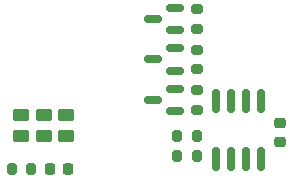
<source format=gtp>
G04 #@! TF.GenerationSoftware,KiCad,Pcbnew,7.0.9*
G04 #@! TF.CreationDate,2025-02-16T20:28:53+01:00*
G04 #@! TF.ProjectId,sao_pcb,73616f5f-7063-4622-9e6b-696361645f70,rev?*
G04 #@! TF.SameCoordinates,Original*
G04 #@! TF.FileFunction,Paste,Top*
G04 #@! TF.FilePolarity,Positive*
%FSLAX46Y46*%
G04 Gerber Fmt 4.6, Leading zero omitted, Abs format (unit mm)*
G04 Created by KiCad (PCBNEW 7.0.9) date 2025-02-16 20:28:53*
%MOMM*%
%LPD*%
G01*
G04 APERTURE LIST*
G04 Aperture macros list*
%AMRoundRect*
0 Rectangle with rounded corners*
0 $1 Rounding radius*
0 $2 $3 $4 $5 $6 $7 $8 $9 X,Y pos of 4 corners*
0 Add a 4 corners polygon primitive as box body*
4,1,4,$2,$3,$4,$5,$6,$7,$8,$9,$2,$3,0*
0 Add four circle primitives for the rounded corners*
1,1,$1+$1,$2,$3*
1,1,$1+$1,$4,$5*
1,1,$1+$1,$6,$7*
1,1,$1+$1,$8,$9*
0 Add four rect primitives between the rounded corners*
20,1,$1+$1,$2,$3,$4,$5,0*
20,1,$1+$1,$4,$5,$6,$7,0*
20,1,$1+$1,$6,$7,$8,$9,0*
20,1,$1+$1,$8,$9,$2,$3,0*%
G04 Aperture macros list end*
%ADD10RoundRect,0.250000X0.450000X-0.262500X0.450000X0.262500X-0.450000X0.262500X-0.450000X-0.262500X0*%
%ADD11RoundRect,0.150000X0.587500X0.150000X-0.587500X0.150000X-0.587500X-0.150000X0.587500X-0.150000X0*%
%ADD12RoundRect,0.225000X-0.250000X0.225000X-0.250000X-0.225000X0.250000X-0.225000X0.250000X0.225000X0*%
%ADD13RoundRect,0.200000X-0.275000X0.200000X-0.275000X-0.200000X0.275000X-0.200000X0.275000X0.200000X0*%
%ADD14RoundRect,0.225000X-0.225000X-0.250000X0.225000X-0.250000X0.225000X0.250000X-0.225000X0.250000X0*%
%ADD15RoundRect,0.200000X-0.200000X-0.275000X0.200000X-0.275000X0.200000X0.275000X-0.200000X0.275000X0*%
%ADD16RoundRect,0.150000X-0.150000X0.825000X-0.150000X-0.825000X0.150000X-0.825000X0.150000X0.825000X0*%
G04 APERTURE END LIST*
D10*
X150000000Y-83400000D03*
X150000000Y-85225000D03*
X148100000Y-85212500D03*
X148100000Y-83387500D03*
X146200000Y-83387500D03*
X146200000Y-85212500D03*
D11*
X159200000Y-76250000D03*
X159200000Y-74350000D03*
X157325000Y-75300000D03*
D12*
X168065000Y-84125000D03*
X168065000Y-85675000D03*
D13*
X161062500Y-74475000D03*
X161062500Y-76125000D03*
D14*
X148625000Y-88000000D03*
X150175000Y-88000000D03*
D13*
X161062500Y-81325000D03*
X161062500Y-82975000D03*
D15*
X161025000Y-85200000D03*
X159375000Y-85200000D03*
D13*
X161062500Y-77875000D03*
X161062500Y-79525000D03*
D15*
X161025000Y-86900000D03*
X159375000Y-86900000D03*
D16*
X166470000Y-82225000D03*
X165200000Y-82225000D03*
X163930000Y-82225000D03*
X162660000Y-82225000D03*
X162660000Y-87175000D03*
X163930000Y-87175000D03*
X165200000Y-87175000D03*
X166470000Y-87175000D03*
D11*
X157325000Y-78700000D03*
X159200000Y-77750000D03*
X159200000Y-79650000D03*
D15*
X147025000Y-88000000D03*
X145375000Y-88000000D03*
D11*
X159200000Y-83100000D03*
X159200000Y-81200000D03*
X157325000Y-82150000D03*
M02*

</source>
